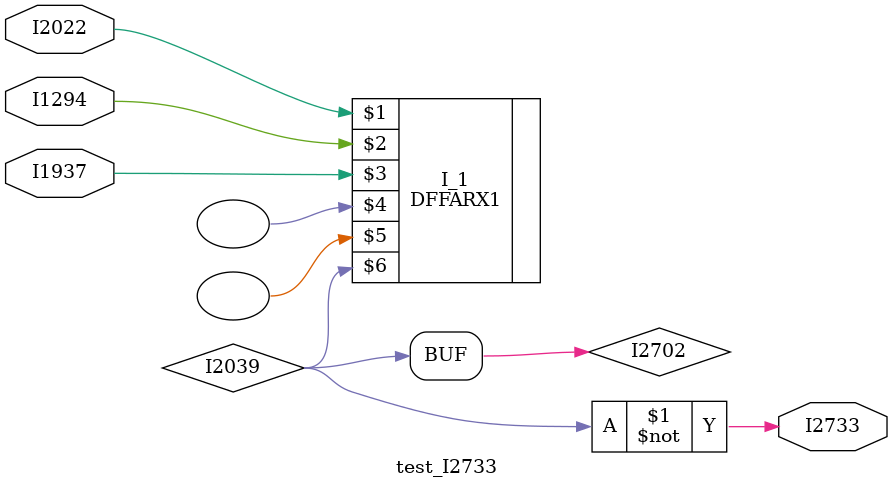
<source format=v>
module test_I2733(I1937,I2022,I1294,I2733);
input I1937,I2022,I1294;
output I2733;
wire I2039,I1908,I2702;
not I_0(I2733,I2702);
DFFARX1 I_1(I2022,I1294,I1937,,,I2039,);
not I_2(I1908,I2039);
not I_3(I2702,I1908);
endmodule



</source>
